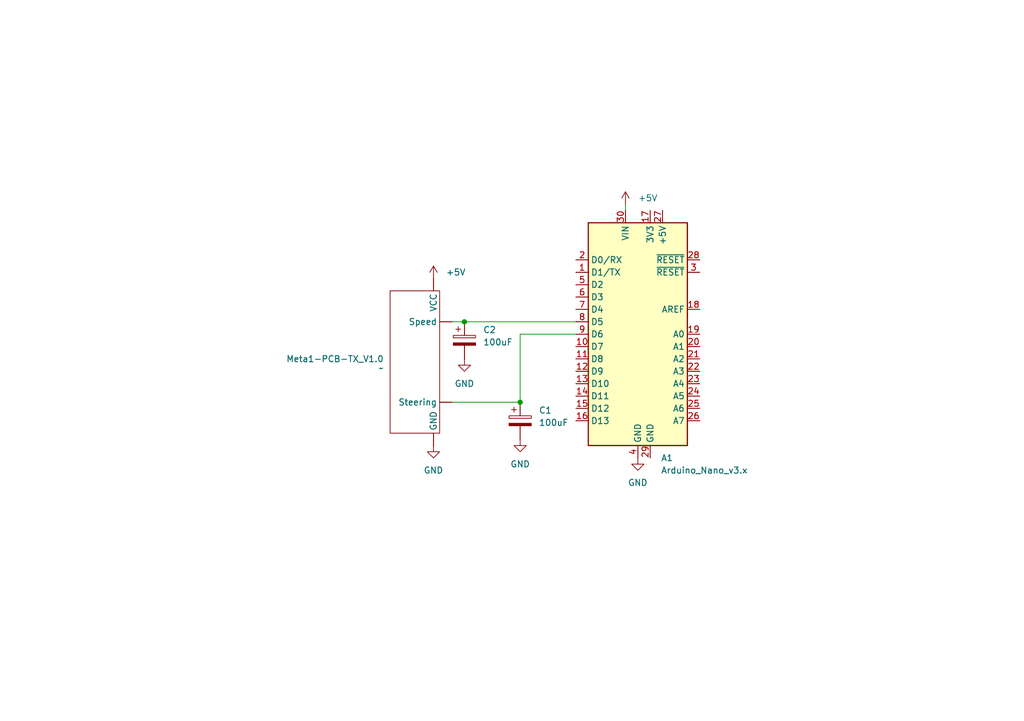
<source format=kicad_sch>
(kicad_sch (version 20231120) (generator "eeschema") (generator_version "8.0")
  (paper "A5")
  (title_block (title "Electronically controlled Transmitter Module for Metafly") (company "Aditya Nair, Northwestern University"))
  (lib_symbols
    (symbol "Device:C_Polarized" (pin_numbers hide) (pin_names (offset 0.254))
      (property "Reference" "C" (at 0.635 2.54 0))
      (property "Value" "C_Polarized" (at 0.635 -2.54 0))
      (symbol "C_Polarized_0_1"
        (rectangle (start -2.286 0.508) (end 2.286 1.016))
        (polyline (pts (xy -1.778 2.286) (xy -0.762 2.286)))
        (polyline (pts (xy -1.27 2.794) (xy -1.27 1.778)))
        (rectangle (start 2.286 -0.508) (end -2.286 -1.016) (fill (type outline)))
      )
      (symbol "C_Polarized_1_1"
        (pin passive line (at 0 3.81 270) (length 2.794) (name "~") (number "1"))
        (pin passive line (at 0 -3.81 90) (length 2.794) (name "~") (number "2"))
      )
    )
    (symbol "MCU_Module:Arduino_Nano_v3.x"
      (property "Reference" "A" (at -10.16 23.495 0))
      (property "Value" "Arduino_Nano_v3.x" (at 5.08 -24.13 0))
      (symbol "Arduino_Nano_v3.x_0_1"
        (rectangle (start -10.16 22.86) (end 10.16 -22.86) (stroke (width 0.254)) (fill (type background)))
      )
      (symbol "Arduino_Nano_v3.x_1_1"
        (pin bidirectional line (at -12.7 12.7 0) (length 2.54) (name "D1/TX") (number "1"))
        (pin bidirectional line (at -12.7 -2.54 0) (length 2.54) (name "D7") (number "10"))
        (pin bidirectional line (at -12.7 -5.08 0) (length 2.54) (name "D8") (number "11"))
        (pin bidirectional line (at -12.7 -7.62 0) (length 2.54) (name "D9") (number "12"))
        (pin bidirectional line (at -12.7 -10.16 0) (length 2.54) (name "D10") (number "13"))
        (pin bidirectional line (at -12.7 -12.7 0) (length 2.54) (name "D11") (number "14"))
        (pin bidirectional line (at -12.7 -15.24 0) (length 2.54) (name "D12") (number "15"))
        (pin bidirectional line (at -12.7 -17.78 0) (length 2.54) (name "D13") (number "16"))
        (pin power_out line (at 2.54 25.4 270) (length 2.54) (name "3V3") (number "17"))
        (pin input line (at 12.7 5.08 180) (length 2.54) (name "AREF") (number "18"))
        (pin bidirectional line (at 12.7 0 180) (length 2.54) (name "A0") (number "19"))
        (pin bidirectional line (at -12.7 15.24 0) (length 2.54) (name "D0/RX") (number "2"))
        (pin bidirectional line (at 12.7 -2.54 180) (length 2.54) (name "A1") (number "20"))
        (pin bidirectional line (at 12.7 -5.08 180) (length 2.54) (name "A2") (number "21"))
        (pin bidirectional line (at 12.7 -7.62 180) (length 2.54) (name "A3") (number "22"))
        (pin bidirectional line (at 12.7 -10.16 180) (length 2.54) (name "A4") (number "23"))
        (pin bidirectional line (at 12.7 -12.7 180) (length 2.54) (name "A5") (number "24"))
        (pin bidirectional line (at 12.7 -15.24 180) (length 2.54) (name "A6") (number "25"))
        (pin bidirectional line (at 12.7 -17.78 180) (length 2.54) (name "A7") (number "26"))
        (pin power_out line (at 5.08 25.4 270) (length 2.54) (name "+5V") (number "27"))
        (pin input line (at 12.7 15.24 180) (length 2.54) (name "~{RESET}") (number "28"))
        (pin power_in line (at 2.54 -25.4 90) (length 2.54) (name "GND") (number "29"))
        (pin input line (at 12.7 12.7 180) (length 2.54) (name "~{RESET}") (number "3"))
        (pin power_in line (at -2.54 25.4 270) (length 2.54) (name "VIN") (number "30"))
        (pin power_in line (at 0 -25.4 90) (length 2.54) (name "GND") (number "4"))
        (pin bidirectional line (at -12.7 10.16 0) (length 2.54) (name "D2") (number "5"))
        (pin bidirectional line (at -12.7 7.62 0) (length 2.54) (name "D3") (number "6"))
        (pin bidirectional line (at -12.7 5.08 0) (length 2.54) (name "D4") (number "7"))
        (pin bidirectional line (at -12.7 2.54 0) (length 2.54) (name "D5") (number "8"))
        (pin bidirectional line (at -12.7 0 0) (length 2.54) (name "D6") (number "9"))
      )
    )
    (symbol "Metafly_remote:Meta1-PCB-TX_v1.0"
      (property "Reference" "M" (at 0 0 0))
      (symbol "Meta1-PCB-TX_v1.0_0_1"
        (rectangle (start -5.08 8.89) (end 5.08 -20.32))
      )
      (symbol "Meta1-PCB-TX_v1.0_1_1"
        (pin input line (at 3.81 -22.86 90) (length 2.54) (name "GND") (number ""))
        (pin input line (at 7.62 2.54 180) (length 2.54) (name "Speed") (number ""))
        (pin input line (at 7.62 -13.97 180) (length 2.54) (name "Steering") (number ""))
        (pin input line (at 3.81 11.43 270) (length 2.54) (name "VCC") (number ""))
      )
    )
    (symbol "power:+6V" (power) (pin_numbers hide) (pin_names (offset 0) hide)
      (property "Value" "+6V" (at 0 3.556 0))
      (symbol "+6V_0_1"
        (polyline (pts (xy -0.762 1.27) (xy 0 2.54)))
        (polyline (pts (xy 0 0) (xy 0 2.54)))
        (polyline (pts (xy 0 2.54) (xy 0.762 1.27)))
      )
      (symbol "+6V_1_1"
        (pin power_in line (at 0 0 90) (length 0) (name "~") (number "1"))
      )
    )
    (symbol "power:GND" (power) (pin_numbers hide) (pin_names (offset 0) hide)
      (property "Value" "GND" (at 0 -3.81 0))
      (symbol "GND_0_1"
        (polyline (pts (xy 0 0) (xy 0 -1.27) (xy 1.27 -1.27) (xy 0 -2.54) (xy -1.27 -1.27) (xy 0 -1.27)))
      )
      (symbol "GND_1_1"
        (pin power_in line (at 0 0 270) (length 0) (name "~") (number "1"))
      )
    )
  )
  (junction (at 95.25 66.04))
  (junction (at 106.68 82.55))
  (wire (pts (xy 106.68 82.55) (xy 92.71 82.55)))
  (wire (pts (xy 106.68 68.58) (xy 106.68 82.55)))
  (wire (pts (xy 128.27 41.91) (xy 128.27 43.18)))
  (wire (pts (xy 92.71 66.04) (xy 95.25 66.04)))
  (wire (pts (xy 118.11 68.58) (xy 106.68 68.58)))
  (wire (pts (xy 95.25 66.04) (xy 118.11 66.04)))
  (symbol (lib_id "power:GND") (at 95.25 73.66 0) (unit 1)
    (property "Reference" "#PWR04" (effects (hide yes)))
    (property "Value" "GND" (at 95.25 78.74 0))
    (property "Description" "Power symbol creates a global label with name \"GND\" , ground" (effects (hide yes)))
  )
  (symbol (lib_id "Metafly_remote:Meta1-PCB-TX_v1.0") (at 85.09 68.58 0) (unit 1)
    (property "Reference" "Meta1-PCB-TX_V1.0" (at 78.74 73.6599 0) (effects (justify right)))
    (property "Value" "~" (at 78.74 75.565 0) (effects (justify right)))
  )
  (symbol (lib_id "Device:C_Polarized") (at 95.25 69.85 0) (unit 1)
    (property "Reference" "C2" (at 99.06 67.6909 0) (effects (justify left)))
    (property "Value" "100uF" (at 99.06 70.2309 0) (effects (justify left)))
    (property "Description" "Polarized capacitor" (effects (hide yes)))
  )
  (symbol (lib_id "power:GND") (at 88.9 91.44 0) (unit 1)
    (property "Reference" "#PWR01" (effects (hide yes)))
    (property "Value" "GND" (at 88.9 96.52 0))
    (property "Description" "Power symbol creates a global label with name \"GND\" , ground" (effects (hide yes)))
  )
  (symbol (lib_id "power:+6V") (at 88.9 57.15 0) (unit 1)
    (property "Reference" "#PWR02" (effects (hide yes)))
    (property "Value" "+5V" (at 91.44 55.8799 0) (effects (justify left)))
    (property "Description" "Power symbol creates a global label with name \"+6V\"" (effects (hide yes)))
  )
  (symbol (lib_id "MCU_Module:Arduino_Nano_v3.x") (at 130.81 68.58 0) (unit 1)
    (property "Reference" "A1" (at 135.5441 93.98 0) (effects (justify left)))
    (property "Value" "Arduino_Nano_v3.x" (at 135.5441 96.52 0) (effects (justify left)))
    (property "Footprint" "Module:Arduino_Nano" (effects (hide yes)))
    (property "Datasheet" "http://www.mouser.com/pdfdocs/Gravitech_Arduino_Nano3_0.pdf" (effects (hide yes)))
    (property "Description" "Arduino Nano v3.x" (effects (hide yes)))
  )
  (symbol (lib_id "power:+6V") (at 128.27 41.91 0) (unit 1)
    (property "Reference" "#PWR03" (effects (hide yes)))
    (property "Value" "+5V" (at 130.81 40.6399 0) (effects (justify left)))
    (property "Description" "Power symbol creates a global label with name \"+6V\"" (effects (hide yes)))
  )
  (symbol (lib_id "power:GND") (at 106.68 90.17 0) (unit 1)
    (property "Reference" "#PWR05" (effects (hide yes)))
    (property "Value" "GND" (at 106.68 95.25 0))
    (property "Description" "Power symbol creates a global label with name \"GND\" , ground" (effects (hide yes)))
  )
  (symbol (lib_id "power:GND") (at 130.81 93.98 0) (unit 1)
    (property "Reference" "#PWR06" (effects (hide yes)))
    (property "Value" "GND" (at 130.81 99.06 0))
    (property "Description" "Power symbol creates a global label with name \"GND\" , ground" (effects (hide yes)))
  )
  (symbol (lib_id "Device:C_Polarized") (at 106.68 86.36 0) (unit 1)
    (property "Reference" "C1" (at 110.49 84.2009 0) (effects (justify left)))
    (property "Value" "100uF" (at 110.49 86.7409 0) (effects (justify left)))
    (property "Description" "Polarized capacitor" (effects (hide yes)))
  )
)
</source>
